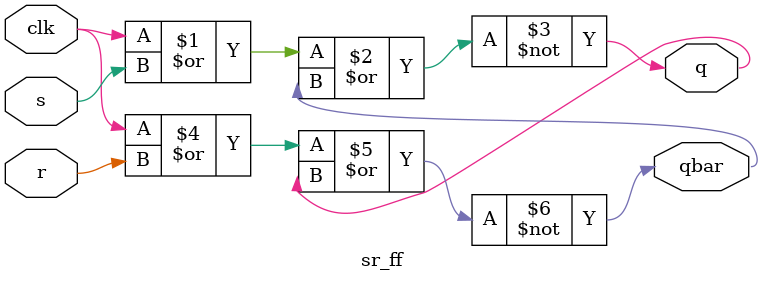
<source format=v>
module sr_ff(
input clk,s,r,
output q,qbar);
nor n1(q,clk,s,qbar);
nor n2(qbar,clk,r,q);
endmodule


</source>
